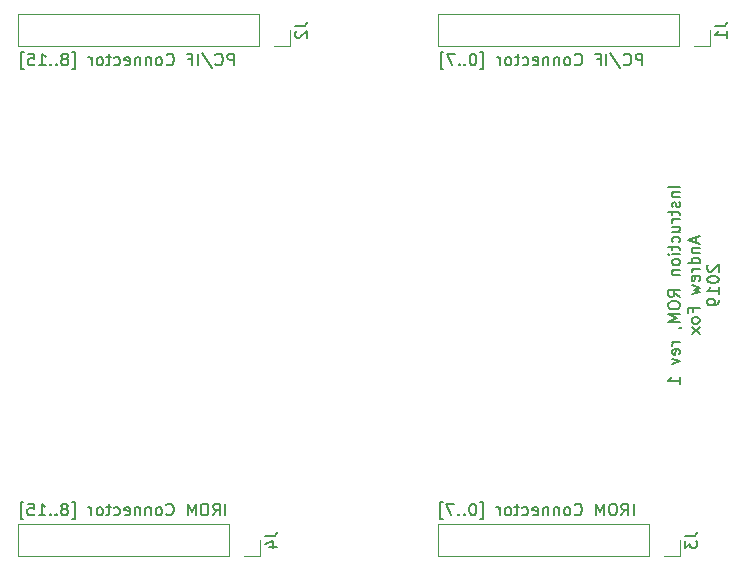
<source format=gbr>
G04 #@! TF.GenerationSoftware,KiCad,Pcbnew,(5.1.0-0)*
G04 #@! TF.CreationDate,2019-10-08T22:08:56-07:00*
G04 #@! TF.ProjectId,InstructionROMDaughterBoard,496e7374-7275-4637-9469-6f6e524f4d44,rev?*
G04 #@! TF.SameCoordinates,Original*
G04 #@! TF.FileFunction,Legend,Bot*
G04 #@! TF.FilePolarity,Positive*
%FSLAX46Y46*%
G04 Gerber Fmt 4.6, Leading zero omitted, Abs format (unit mm)*
G04 Created by KiCad (PCBNEW (5.1.0-0)) date 2019-10-08 22:08:56*
%MOMM*%
%LPD*%
G04 APERTURE LIST*
%ADD10C,0.150000*%
%ADD11C,0.120000*%
G04 APERTURE END LIST*
D10*
X168982380Y-69136666D02*
X167982380Y-69136666D01*
X168315714Y-69612857D02*
X168982380Y-69612857D01*
X168410952Y-69612857D02*
X168363333Y-69660476D01*
X168315714Y-69755714D01*
X168315714Y-69898571D01*
X168363333Y-69993809D01*
X168458571Y-70041428D01*
X168982380Y-70041428D01*
X168934761Y-70470000D02*
X168982380Y-70565238D01*
X168982380Y-70755714D01*
X168934761Y-70850952D01*
X168839523Y-70898571D01*
X168791904Y-70898571D01*
X168696666Y-70850952D01*
X168649047Y-70755714D01*
X168649047Y-70612857D01*
X168601428Y-70517619D01*
X168506190Y-70470000D01*
X168458571Y-70470000D01*
X168363333Y-70517619D01*
X168315714Y-70612857D01*
X168315714Y-70755714D01*
X168363333Y-70850952D01*
X168315714Y-71184285D02*
X168315714Y-71565238D01*
X167982380Y-71327142D02*
X168839523Y-71327142D01*
X168934761Y-71374761D01*
X168982380Y-71470000D01*
X168982380Y-71565238D01*
X168982380Y-71898571D02*
X168315714Y-71898571D01*
X168506190Y-71898571D02*
X168410952Y-71946190D01*
X168363333Y-71993809D01*
X168315714Y-72089047D01*
X168315714Y-72184285D01*
X168315714Y-72946190D02*
X168982380Y-72946190D01*
X168315714Y-72517619D02*
X168839523Y-72517619D01*
X168934761Y-72565238D01*
X168982380Y-72660476D01*
X168982380Y-72803333D01*
X168934761Y-72898571D01*
X168887142Y-72946190D01*
X168934761Y-73850952D02*
X168982380Y-73755714D01*
X168982380Y-73565238D01*
X168934761Y-73470000D01*
X168887142Y-73422380D01*
X168791904Y-73374761D01*
X168506190Y-73374761D01*
X168410952Y-73422380D01*
X168363333Y-73470000D01*
X168315714Y-73565238D01*
X168315714Y-73755714D01*
X168363333Y-73850952D01*
X168315714Y-74136666D02*
X168315714Y-74517619D01*
X167982380Y-74279523D02*
X168839523Y-74279523D01*
X168934761Y-74327142D01*
X168982380Y-74422380D01*
X168982380Y-74517619D01*
X168982380Y-74850952D02*
X168315714Y-74850952D01*
X167982380Y-74850952D02*
X168030000Y-74803333D01*
X168077619Y-74850952D01*
X168030000Y-74898571D01*
X167982380Y-74850952D01*
X168077619Y-74850952D01*
X168982380Y-75470000D02*
X168934761Y-75374761D01*
X168887142Y-75327142D01*
X168791904Y-75279523D01*
X168506190Y-75279523D01*
X168410952Y-75327142D01*
X168363333Y-75374761D01*
X168315714Y-75470000D01*
X168315714Y-75612857D01*
X168363333Y-75708095D01*
X168410952Y-75755714D01*
X168506190Y-75803333D01*
X168791904Y-75803333D01*
X168887142Y-75755714D01*
X168934761Y-75708095D01*
X168982380Y-75612857D01*
X168982380Y-75470000D01*
X168315714Y-76231904D02*
X168982380Y-76231904D01*
X168410952Y-76231904D02*
X168363333Y-76279523D01*
X168315714Y-76374761D01*
X168315714Y-76517619D01*
X168363333Y-76612857D01*
X168458571Y-76660476D01*
X168982380Y-76660476D01*
X168982380Y-78470000D02*
X168506190Y-78136666D01*
X168982380Y-77898571D02*
X167982380Y-77898571D01*
X167982380Y-78279523D01*
X168030000Y-78374761D01*
X168077619Y-78422380D01*
X168172857Y-78470000D01*
X168315714Y-78470000D01*
X168410952Y-78422380D01*
X168458571Y-78374761D01*
X168506190Y-78279523D01*
X168506190Y-77898571D01*
X167982380Y-79089047D02*
X167982380Y-79279523D01*
X168030000Y-79374761D01*
X168125238Y-79470000D01*
X168315714Y-79517619D01*
X168649047Y-79517619D01*
X168839523Y-79470000D01*
X168934761Y-79374761D01*
X168982380Y-79279523D01*
X168982380Y-79089047D01*
X168934761Y-78993809D01*
X168839523Y-78898571D01*
X168649047Y-78850952D01*
X168315714Y-78850952D01*
X168125238Y-78898571D01*
X168030000Y-78993809D01*
X167982380Y-79089047D01*
X168982380Y-79946190D02*
X167982380Y-79946190D01*
X168696666Y-80279523D01*
X167982380Y-80612857D01*
X168982380Y-80612857D01*
X168934761Y-81136666D02*
X168982380Y-81136666D01*
X169077619Y-81089047D01*
X169125238Y-81041428D01*
X168982380Y-82327142D02*
X168315714Y-82327142D01*
X168506190Y-82327142D02*
X168410952Y-82374761D01*
X168363333Y-82422380D01*
X168315714Y-82517619D01*
X168315714Y-82612857D01*
X168934761Y-83327142D02*
X168982380Y-83231904D01*
X168982380Y-83041428D01*
X168934761Y-82946190D01*
X168839523Y-82898571D01*
X168458571Y-82898571D01*
X168363333Y-82946190D01*
X168315714Y-83041428D01*
X168315714Y-83231904D01*
X168363333Y-83327142D01*
X168458571Y-83374761D01*
X168553809Y-83374761D01*
X168649047Y-82898571D01*
X168315714Y-83708095D02*
X168982380Y-83946190D01*
X168315714Y-84184285D01*
X168982380Y-85850952D02*
X168982380Y-85279523D01*
X168982380Y-85565238D02*
X167982380Y-85565238D01*
X168125238Y-85470000D01*
X168220476Y-85374761D01*
X168268095Y-85279523D01*
X170346666Y-73398571D02*
X170346666Y-73874761D01*
X170632380Y-73303333D02*
X169632380Y-73636666D01*
X170632380Y-73970000D01*
X169965714Y-74303333D02*
X170632380Y-74303333D01*
X170060952Y-74303333D02*
X170013333Y-74350952D01*
X169965714Y-74446190D01*
X169965714Y-74589047D01*
X170013333Y-74684285D01*
X170108571Y-74731904D01*
X170632380Y-74731904D01*
X170632380Y-75636666D02*
X169632380Y-75636666D01*
X170584761Y-75636666D02*
X170632380Y-75541428D01*
X170632380Y-75350952D01*
X170584761Y-75255714D01*
X170537142Y-75208095D01*
X170441904Y-75160476D01*
X170156190Y-75160476D01*
X170060952Y-75208095D01*
X170013333Y-75255714D01*
X169965714Y-75350952D01*
X169965714Y-75541428D01*
X170013333Y-75636666D01*
X170632380Y-76112857D02*
X169965714Y-76112857D01*
X170156190Y-76112857D02*
X170060952Y-76160476D01*
X170013333Y-76208095D01*
X169965714Y-76303333D01*
X169965714Y-76398571D01*
X170584761Y-77112857D02*
X170632380Y-77017619D01*
X170632380Y-76827142D01*
X170584761Y-76731904D01*
X170489523Y-76684285D01*
X170108571Y-76684285D01*
X170013333Y-76731904D01*
X169965714Y-76827142D01*
X169965714Y-77017619D01*
X170013333Y-77112857D01*
X170108571Y-77160476D01*
X170203809Y-77160476D01*
X170299047Y-76684285D01*
X169965714Y-77493809D02*
X170632380Y-77684285D01*
X170156190Y-77874761D01*
X170632380Y-78065238D01*
X169965714Y-78255714D01*
X170108571Y-79731904D02*
X170108571Y-79398571D01*
X170632380Y-79398571D02*
X169632380Y-79398571D01*
X169632380Y-79874761D01*
X170632380Y-80398571D02*
X170584761Y-80303333D01*
X170537142Y-80255714D01*
X170441904Y-80208095D01*
X170156190Y-80208095D01*
X170060952Y-80255714D01*
X170013333Y-80303333D01*
X169965714Y-80398571D01*
X169965714Y-80541428D01*
X170013333Y-80636666D01*
X170060952Y-80684285D01*
X170156190Y-80731904D01*
X170441904Y-80731904D01*
X170537142Y-80684285D01*
X170584761Y-80636666D01*
X170632380Y-80541428D01*
X170632380Y-80398571D01*
X170632380Y-81065238D02*
X169965714Y-81589047D01*
X169965714Y-81065238D02*
X170632380Y-81589047D01*
X171377619Y-75755714D02*
X171330000Y-75803333D01*
X171282380Y-75898571D01*
X171282380Y-76136666D01*
X171330000Y-76231904D01*
X171377619Y-76279523D01*
X171472857Y-76327142D01*
X171568095Y-76327142D01*
X171710952Y-76279523D01*
X172282380Y-75708095D01*
X172282380Y-76327142D01*
X171282380Y-76946190D02*
X171282380Y-77041428D01*
X171330000Y-77136666D01*
X171377619Y-77184285D01*
X171472857Y-77231904D01*
X171663333Y-77279523D01*
X171901428Y-77279523D01*
X172091904Y-77231904D01*
X172187142Y-77184285D01*
X172234761Y-77136666D01*
X172282380Y-77041428D01*
X172282380Y-76946190D01*
X172234761Y-76850952D01*
X172187142Y-76803333D01*
X172091904Y-76755714D01*
X171901428Y-76708095D01*
X171663333Y-76708095D01*
X171472857Y-76755714D01*
X171377619Y-76803333D01*
X171330000Y-76850952D01*
X171282380Y-76946190D01*
X172282380Y-78231904D02*
X172282380Y-77660476D01*
X172282380Y-77946190D02*
X171282380Y-77946190D01*
X171425238Y-77850952D01*
X171520476Y-77755714D01*
X171568095Y-77660476D01*
X172282380Y-78708095D02*
X172282380Y-78898571D01*
X172234761Y-78993809D01*
X172187142Y-79041428D01*
X172044285Y-79136666D01*
X171853809Y-79184285D01*
X171472857Y-79184285D01*
X171377619Y-79136666D01*
X171330000Y-79089047D01*
X171282380Y-78993809D01*
X171282380Y-78803333D01*
X171330000Y-78708095D01*
X171377619Y-78660476D01*
X171472857Y-78612857D01*
X171710952Y-78612857D01*
X171806190Y-78660476D01*
X171853809Y-78708095D01*
X171901428Y-78803333D01*
X171901428Y-78993809D01*
X171853809Y-79089047D01*
X171806190Y-79136666D01*
X171710952Y-79184285D01*
D11*
X133410000Y-100390000D02*
X133410000Y-99060000D01*
X132080000Y-100390000D02*
X133410000Y-100390000D01*
X130810000Y-100390000D02*
X130810000Y-97730000D01*
X130810000Y-97730000D02*
X112970000Y-97730000D01*
X130810000Y-100390000D02*
X112970000Y-100390000D01*
X112970000Y-100390000D02*
X112970000Y-97730000D01*
X168970000Y-100390000D02*
X168970000Y-99060000D01*
X167640000Y-100390000D02*
X168970000Y-100390000D01*
X166370000Y-100390000D02*
X166370000Y-97730000D01*
X166370000Y-97730000D02*
X148530000Y-97730000D01*
X166370000Y-100390000D02*
X148530000Y-100390000D01*
X148530000Y-100390000D02*
X148530000Y-97730000D01*
X135950000Y-57210000D02*
X135950000Y-55880000D01*
X134620000Y-57210000D02*
X135950000Y-57210000D01*
X133350000Y-57210000D02*
X133350000Y-54550000D01*
X133350000Y-54550000D02*
X112970000Y-54550000D01*
X133350000Y-57210000D02*
X112970000Y-57210000D01*
X112970000Y-57210000D02*
X112970000Y-54550000D01*
X171510000Y-57210000D02*
X171510000Y-55880000D01*
X170180000Y-57210000D02*
X171510000Y-57210000D01*
X168910000Y-57210000D02*
X168910000Y-54550000D01*
X168910000Y-54550000D02*
X148530000Y-54550000D01*
X168910000Y-57210000D02*
X148530000Y-57210000D01*
X148530000Y-57210000D02*
X148530000Y-54550000D01*
D10*
X133862380Y-98726666D02*
X134576666Y-98726666D01*
X134719523Y-98679047D01*
X134814761Y-98583809D01*
X134862380Y-98440952D01*
X134862380Y-98345714D01*
X134195714Y-99631428D02*
X134862380Y-99631428D01*
X133814761Y-99393333D02*
X134529047Y-99155238D01*
X134529047Y-99774285D01*
X130483476Y-96972380D02*
X130483476Y-95972380D01*
X129435857Y-96972380D02*
X129769190Y-96496190D01*
X130007285Y-96972380D02*
X130007285Y-95972380D01*
X129626333Y-95972380D01*
X129531095Y-96020000D01*
X129483476Y-96067619D01*
X129435857Y-96162857D01*
X129435857Y-96305714D01*
X129483476Y-96400952D01*
X129531095Y-96448571D01*
X129626333Y-96496190D01*
X130007285Y-96496190D01*
X128816809Y-95972380D02*
X128626333Y-95972380D01*
X128531095Y-96020000D01*
X128435857Y-96115238D01*
X128388238Y-96305714D01*
X128388238Y-96639047D01*
X128435857Y-96829523D01*
X128531095Y-96924761D01*
X128626333Y-96972380D01*
X128816809Y-96972380D01*
X128912047Y-96924761D01*
X129007285Y-96829523D01*
X129054904Y-96639047D01*
X129054904Y-96305714D01*
X129007285Y-96115238D01*
X128912047Y-96020000D01*
X128816809Y-95972380D01*
X127959666Y-96972380D02*
X127959666Y-95972380D01*
X127626333Y-96686666D01*
X127293000Y-95972380D01*
X127293000Y-96972380D01*
X125483476Y-96877142D02*
X125531095Y-96924761D01*
X125673952Y-96972380D01*
X125769190Y-96972380D01*
X125912047Y-96924761D01*
X126007285Y-96829523D01*
X126054904Y-96734285D01*
X126102523Y-96543809D01*
X126102523Y-96400952D01*
X126054904Y-96210476D01*
X126007285Y-96115238D01*
X125912047Y-96020000D01*
X125769190Y-95972380D01*
X125673952Y-95972380D01*
X125531095Y-96020000D01*
X125483476Y-96067619D01*
X124912047Y-96972380D02*
X125007285Y-96924761D01*
X125054904Y-96877142D01*
X125102523Y-96781904D01*
X125102523Y-96496190D01*
X125054904Y-96400952D01*
X125007285Y-96353333D01*
X124912047Y-96305714D01*
X124769190Y-96305714D01*
X124673952Y-96353333D01*
X124626333Y-96400952D01*
X124578714Y-96496190D01*
X124578714Y-96781904D01*
X124626333Y-96877142D01*
X124673952Y-96924761D01*
X124769190Y-96972380D01*
X124912047Y-96972380D01*
X124150142Y-96305714D02*
X124150142Y-96972380D01*
X124150142Y-96400952D02*
X124102523Y-96353333D01*
X124007285Y-96305714D01*
X123864428Y-96305714D01*
X123769190Y-96353333D01*
X123721571Y-96448571D01*
X123721571Y-96972380D01*
X123245380Y-96305714D02*
X123245380Y-96972380D01*
X123245380Y-96400952D02*
X123197761Y-96353333D01*
X123102523Y-96305714D01*
X122959666Y-96305714D01*
X122864428Y-96353333D01*
X122816809Y-96448571D01*
X122816809Y-96972380D01*
X121959666Y-96924761D02*
X122054904Y-96972380D01*
X122245380Y-96972380D01*
X122340619Y-96924761D01*
X122388238Y-96829523D01*
X122388238Y-96448571D01*
X122340619Y-96353333D01*
X122245380Y-96305714D01*
X122054904Y-96305714D01*
X121959666Y-96353333D01*
X121912047Y-96448571D01*
X121912047Y-96543809D01*
X122388238Y-96639047D01*
X121054904Y-96924761D02*
X121150142Y-96972380D01*
X121340619Y-96972380D01*
X121435857Y-96924761D01*
X121483476Y-96877142D01*
X121531095Y-96781904D01*
X121531095Y-96496190D01*
X121483476Y-96400952D01*
X121435857Y-96353333D01*
X121340619Y-96305714D01*
X121150142Y-96305714D01*
X121054904Y-96353333D01*
X120769190Y-96305714D02*
X120388238Y-96305714D01*
X120626333Y-95972380D02*
X120626333Y-96829523D01*
X120578714Y-96924761D01*
X120483476Y-96972380D01*
X120388238Y-96972380D01*
X119912047Y-96972380D02*
X120007285Y-96924761D01*
X120054904Y-96877142D01*
X120102523Y-96781904D01*
X120102523Y-96496190D01*
X120054904Y-96400952D01*
X120007285Y-96353333D01*
X119912047Y-96305714D01*
X119769190Y-96305714D01*
X119673952Y-96353333D01*
X119626333Y-96400952D01*
X119578714Y-96496190D01*
X119578714Y-96781904D01*
X119626333Y-96877142D01*
X119673952Y-96924761D01*
X119769190Y-96972380D01*
X119912047Y-96972380D01*
X119150142Y-96972380D02*
X119150142Y-96305714D01*
X119150142Y-96496190D02*
X119102523Y-96400952D01*
X119054904Y-96353333D01*
X118959666Y-96305714D01*
X118864428Y-96305714D01*
X117483476Y-97305714D02*
X117721571Y-97305714D01*
X117721571Y-95877142D01*
X117483476Y-95877142D01*
X116959666Y-96400952D02*
X117054904Y-96353333D01*
X117102523Y-96305714D01*
X117150142Y-96210476D01*
X117150142Y-96162857D01*
X117102523Y-96067619D01*
X117054904Y-96020000D01*
X116959666Y-95972380D01*
X116769190Y-95972380D01*
X116673952Y-96020000D01*
X116626333Y-96067619D01*
X116578714Y-96162857D01*
X116578714Y-96210476D01*
X116626333Y-96305714D01*
X116673952Y-96353333D01*
X116769190Y-96400952D01*
X116959666Y-96400952D01*
X117054904Y-96448571D01*
X117102523Y-96496190D01*
X117150142Y-96591428D01*
X117150142Y-96781904D01*
X117102523Y-96877142D01*
X117054904Y-96924761D01*
X116959666Y-96972380D01*
X116769190Y-96972380D01*
X116673952Y-96924761D01*
X116626333Y-96877142D01*
X116578714Y-96781904D01*
X116578714Y-96591428D01*
X116626333Y-96496190D01*
X116673952Y-96448571D01*
X116769190Y-96400952D01*
X116150142Y-96877142D02*
X116102523Y-96924761D01*
X116150142Y-96972380D01*
X116197761Y-96924761D01*
X116150142Y-96877142D01*
X116150142Y-96972380D01*
X115673952Y-96877142D02*
X115626333Y-96924761D01*
X115673952Y-96972380D01*
X115721571Y-96924761D01*
X115673952Y-96877142D01*
X115673952Y-96972380D01*
X114673952Y-96972380D02*
X115245380Y-96972380D01*
X114959666Y-96972380D02*
X114959666Y-95972380D01*
X115054904Y-96115238D01*
X115150142Y-96210476D01*
X115245380Y-96258095D01*
X113769190Y-95972380D02*
X114245380Y-95972380D01*
X114293000Y-96448571D01*
X114245380Y-96400952D01*
X114150142Y-96353333D01*
X113912047Y-96353333D01*
X113816809Y-96400952D01*
X113769190Y-96448571D01*
X113721571Y-96543809D01*
X113721571Y-96781904D01*
X113769190Y-96877142D01*
X113816809Y-96924761D01*
X113912047Y-96972380D01*
X114150142Y-96972380D01*
X114245380Y-96924761D01*
X114293000Y-96877142D01*
X113388238Y-97305714D02*
X113150142Y-97305714D01*
X113150142Y-95877142D01*
X113388238Y-95877142D01*
X169422380Y-98726666D02*
X170136666Y-98726666D01*
X170279523Y-98679047D01*
X170374761Y-98583809D01*
X170422380Y-98440952D01*
X170422380Y-98345714D01*
X169422380Y-99107619D02*
X169422380Y-99726666D01*
X169803333Y-99393333D01*
X169803333Y-99536190D01*
X169850952Y-99631428D01*
X169898571Y-99679047D01*
X169993809Y-99726666D01*
X170231904Y-99726666D01*
X170327142Y-99679047D01*
X170374761Y-99631428D01*
X170422380Y-99536190D01*
X170422380Y-99250476D01*
X170374761Y-99155238D01*
X170327142Y-99107619D01*
X165059285Y-96972380D02*
X165059285Y-95972380D01*
X164011666Y-96972380D02*
X164345000Y-96496190D01*
X164583095Y-96972380D02*
X164583095Y-95972380D01*
X164202142Y-95972380D01*
X164106904Y-96020000D01*
X164059285Y-96067619D01*
X164011666Y-96162857D01*
X164011666Y-96305714D01*
X164059285Y-96400952D01*
X164106904Y-96448571D01*
X164202142Y-96496190D01*
X164583095Y-96496190D01*
X163392619Y-95972380D02*
X163202142Y-95972380D01*
X163106904Y-96020000D01*
X163011666Y-96115238D01*
X162964047Y-96305714D01*
X162964047Y-96639047D01*
X163011666Y-96829523D01*
X163106904Y-96924761D01*
X163202142Y-96972380D01*
X163392619Y-96972380D01*
X163487857Y-96924761D01*
X163583095Y-96829523D01*
X163630714Y-96639047D01*
X163630714Y-96305714D01*
X163583095Y-96115238D01*
X163487857Y-96020000D01*
X163392619Y-95972380D01*
X162535476Y-96972380D02*
X162535476Y-95972380D01*
X162202142Y-96686666D01*
X161868809Y-95972380D01*
X161868809Y-96972380D01*
X160059285Y-96877142D02*
X160106904Y-96924761D01*
X160249761Y-96972380D01*
X160345000Y-96972380D01*
X160487857Y-96924761D01*
X160583095Y-96829523D01*
X160630714Y-96734285D01*
X160678333Y-96543809D01*
X160678333Y-96400952D01*
X160630714Y-96210476D01*
X160583095Y-96115238D01*
X160487857Y-96020000D01*
X160345000Y-95972380D01*
X160249761Y-95972380D01*
X160106904Y-96020000D01*
X160059285Y-96067619D01*
X159487857Y-96972380D02*
X159583095Y-96924761D01*
X159630714Y-96877142D01*
X159678333Y-96781904D01*
X159678333Y-96496190D01*
X159630714Y-96400952D01*
X159583095Y-96353333D01*
X159487857Y-96305714D01*
X159345000Y-96305714D01*
X159249761Y-96353333D01*
X159202142Y-96400952D01*
X159154523Y-96496190D01*
X159154523Y-96781904D01*
X159202142Y-96877142D01*
X159249761Y-96924761D01*
X159345000Y-96972380D01*
X159487857Y-96972380D01*
X158725952Y-96305714D02*
X158725952Y-96972380D01*
X158725952Y-96400952D02*
X158678333Y-96353333D01*
X158583095Y-96305714D01*
X158440238Y-96305714D01*
X158345000Y-96353333D01*
X158297380Y-96448571D01*
X158297380Y-96972380D01*
X157821190Y-96305714D02*
X157821190Y-96972380D01*
X157821190Y-96400952D02*
X157773571Y-96353333D01*
X157678333Y-96305714D01*
X157535476Y-96305714D01*
X157440238Y-96353333D01*
X157392619Y-96448571D01*
X157392619Y-96972380D01*
X156535476Y-96924761D02*
X156630714Y-96972380D01*
X156821190Y-96972380D01*
X156916428Y-96924761D01*
X156964047Y-96829523D01*
X156964047Y-96448571D01*
X156916428Y-96353333D01*
X156821190Y-96305714D01*
X156630714Y-96305714D01*
X156535476Y-96353333D01*
X156487857Y-96448571D01*
X156487857Y-96543809D01*
X156964047Y-96639047D01*
X155630714Y-96924761D02*
X155725952Y-96972380D01*
X155916428Y-96972380D01*
X156011666Y-96924761D01*
X156059285Y-96877142D01*
X156106904Y-96781904D01*
X156106904Y-96496190D01*
X156059285Y-96400952D01*
X156011666Y-96353333D01*
X155916428Y-96305714D01*
X155725952Y-96305714D01*
X155630714Y-96353333D01*
X155345000Y-96305714D02*
X154964047Y-96305714D01*
X155202142Y-95972380D02*
X155202142Y-96829523D01*
X155154523Y-96924761D01*
X155059285Y-96972380D01*
X154964047Y-96972380D01*
X154487857Y-96972380D02*
X154583095Y-96924761D01*
X154630714Y-96877142D01*
X154678333Y-96781904D01*
X154678333Y-96496190D01*
X154630714Y-96400952D01*
X154583095Y-96353333D01*
X154487857Y-96305714D01*
X154345000Y-96305714D01*
X154249761Y-96353333D01*
X154202142Y-96400952D01*
X154154523Y-96496190D01*
X154154523Y-96781904D01*
X154202142Y-96877142D01*
X154249761Y-96924761D01*
X154345000Y-96972380D01*
X154487857Y-96972380D01*
X153725952Y-96972380D02*
X153725952Y-96305714D01*
X153725952Y-96496190D02*
X153678333Y-96400952D01*
X153630714Y-96353333D01*
X153535476Y-96305714D01*
X153440238Y-96305714D01*
X152059285Y-97305714D02*
X152297380Y-97305714D01*
X152297380Y-95877142D01*
X152059285Y-95877142D01*
X151487857Y-95972380D02*
X151392619Y-95972380D01*
X151297380Y-96020000D01*
X151249761Y-96067619D01*
X151202142Y-96162857D01*
X151154523Y-96353333D01*
X151154523Y-96591428D01*
X151202142Y-96781904D01*
X151249761Y-96877142D01*
X151297380Y-96924761D01*
X151392619Y-96972380D01*
X151487857Y-96972380D01*
X151583095Y-96924761D01*
X151630714Y-96877142D01*
X151678333Y-96781904D01*
X151725952Y-96591428D01*
X151725952Y-96353333D01*
X151678333Y-96162857D01*
X151630714Y-96067619D01*
X151583095Y-96020000D01*
X151487857Y-95972380D01*
X150725952Y-96877142D02*
X150678333Y-96924761D01*
X150725952Y-96972380D01*
X150773571Y-96924761D01*
X150725952Y-96877142D01*
X150725952Y-96972380D01*
X150249761Y-96877142D02*
X150202142Y-96924761D01*
X150249761Y-96972380D01*
X150297380Y-96924761D01*
X150249761Y-96877142D01*
X150249761Y-96972380D01*
X149868809Y-95972380D02*
X149202142Y-95972380D01*
X149630714Y-96972380D01*
X148916428Y-97305714D02*
X148678333Y-97305714D01*
X148678333Y-95877142D01*
X148916428Y-95877142D01*
X136402380Y-55546666D02*
X137116666Y-55546666D01*
X137259523Y-55499047D01*
X137354761Y-55403809D01*
X137402380Y-55260952D01*
X137402380Y-55165714D01*
X136497619Y-55975238D02*
X136450000Y-56022857D01*
X136402380Y-56118095D01*
X136402380Y-56356190D01*
X136450000Y-56451428D01*
X136497619Y-56499047D01*
X136592857Y-56546666D01*
X136688095Y-56546666D01*
X136830952Y-56499047D01*
X137402380Y-55927619D01*
X137402380Y-56546666D01*
X131221619Y-58872380D02*
X131221619Y-57872380D01*
X130840666Y-57872380D01*
X130745428Y-57920000D01*
X130697809Y-57967619D01*
X130650190Y-58062857D01*
X130650190Y-58205714D01*
X130697809Y-58300952D01*
X130745428Y-58348571D01*
X130840666Y-58396190D01*
X131221619Y-58396190D01*
X129650190Y-58777142D02*
X129697809Y-58824761D01*
X129840666Y-58872380D01*
X129935904Y-58872380D01*
X130078761Y-58824761D01*
X130174000Y-58729523D01*
X130221619Y-58634285D01*
X130269238Y-58443809D01*
X130269238Y-58300952D01*
X130221619Y-58110476D01*
X130174000Y-58015238D01*
X130078761Y-57920000D01*
X129935904Y-57872380D01*
X129840666Y-57872380D01*
X129697809Y-57920000D01*
X129650190Y-57967619D01*
X128507333Y-57824761D02*
X129364476Y-59110476D01*
X128174000Y-58872380D02*
X128174000Y-57872380D01*
X127364476Y-58348571D02*
X127697809Y-58348571D01*
X127697809Y-58872380D02*
X127697809Y-57872380D01*
X127221619Y-57872380D01*
X125507333Y-58777142D02*
X125554952Y-58824761D01*
X125697809Y-58872380D01*
X125793047Y-58872380D01*
X125935904Y-58824761D01*
X126031142Y-58729523D01*
X126078761Y-58634285D01*
X126126380Y-58443809D01*
X126126380Y-58300952D01*
X126078761Y-58110476D01*
X126031142Y-58015238D01*
X125935904Y-57920000D01*
X125793047Y-57872380D01*
X125697809Y-57872380D01*
X125554952Y-57920000D01*
X125507333Y-57967619D01*
X124935904Y-58872380D02*
X125031142Y-58824761D01*
X125078761Y-58777142D01*
X125126380Y-58681904D01*
X125126380Y-58396190D01*
X125078761Y-58300952D01*
X125031142Y-58253333D01*
X124935904Y-58205714D01*
X124793047Y-58205714D01*
X124697809Y-58253333D01*
X124650190Y-58300952D01*
X124602571Y-58396190D01*
X124602571Y-58681904D01*
X124650190Y-58777142D01*
X124697809Y-58824761D01*
X124793047Y-58872380D01*
X124935904Y-58872380D01*
X124174000Y-58205714D02*
X124174000Y-58872380D01*
X124174000Y-58300952D02*
X124126380Y-58253333D01*
X124031142Y-58205714D01*
X123888285Y-58205714D01*
X123793047Y-58253333D01*
X123745428Y-58348571D01*
X123745428Y-58872380D01*
X123269238Y-58205714D02*
X123269238Y-58872380D01*
X123269238Y-58300952D02*
X123221619Y-58253333D01*
X123126380Y-58205714D01*
X122983523Y-58205714D01*
X122888285Y-58253333D01*
X122840666Y-58348571D01*
X122840666Y-58872380D01*
X121983523Y-58824761D02*
X122078761Y-58872380D01*
X122269238Y-58872380D01*
X122364476Y-58824761D01*
X122412095Y-58729523D01*
X122412095Y-58348571D01*
X122364476Y-58253333D01*
X122269238Y-58205714D01*
X122078761Y-58205714D01*
X121983523Y-58253333D01*
X121935904Y-58348571D01*
X121935904Y-58443809D01*
X122412095Y-58539047D01*
X121078761Y-58824761D02*
X121174000Y-58872380D01*
X121364476Y-58872380D01*
X121459714Y-58824761D01*
X121507333Y-58777142D01*
X121554952Y-58681904D01*
X121554952Y-58396190D01*
X121507333Y-58300952D01*
X121459714Y-58253333D01*
X121364476Y-58205714D01*
X121174000Y-58205714D01*
X121078761Y-58253333D01*
X120793047Y-58205714D02*
X120412095Y-58205714D01*
X120650190Y-57872380D02*
X120650190Y-58729523D01*
X120602571Y-58824761D01*
X120507333Y-58872380D01*
X120412095Y-58872380D01*
X119935904Y-58872380D02*
X120031142Y-58824761D01*
X120078761Y-58777142D01*
X120126380Y-58681904D01*
X120126380Y-58396190D01*
X120078761Y-58300952D01*
X120031142Y-58253333D01*
X119935904Y-58205714D01*
X119793047Y-58205714D01*
X119697809Y-58253333D01*
X119650190Y-58300952D01*
X119602571Y-58396190D01*
X119602571Y-58681904D01*
X119650190Y-58777142D01*
X119697809Y-58824761D01*
X119793047Y-58872380D01*
X119935904Y-58872380D01*
X119174000Y-58872380D02*
X119174000Y-58205714D01*
X119174000Y-58396190D02*
X119126380Y-58300952D01*
X119078761Y-58253333D01*
X118983523Y-58205714D01*
X118888285Y-58205714D01*
X117507333Y-59205714D02*
X117745428Y-59205714D01*
X117745428Y-57777142D01*
X117507333Y-57777142D01*
X116983523Y-58300952D02*
X117078761Y-58253333D01*
X117126380Y-58205714D01*
X117174000Y-58110476D01*
X117174000Y-58062857D01*
X117126380Y-57967619D01*
X117078761Y-57920000D01*
X116983523Y-57872380D01*
X116793047Y-57872380D01*
X116697809Y-57920000D01*
X116650190Y-57967619D01*
X116602571Y-58062857D01*
X116602571Y-58110476D01*
X116650190Y-58205714D01*
X116697809Y-58253333D01*
X116793047Y-58300952D01*
X116983523Y-58300952D01*
X117078761Y-58348571D01*
X117126380Y-58396190D01*
X117174000Y-58491428D01*
X117174000Y-58681904D01*
X117126380Y-58777142D01*
X117078761Y-58824761D01*
X116983523Y-58872380D01*
X116793047Y-58872380D01*
X116697809Y-58824761D01*
X116650190Y-58777142D01*
X116602571Y-58681904D01*
X116602571Y-58491428D01*
X116650190Y-58396190D01*
X116697809Y-58348571D01*
X116793047Y-58300952D01*
X116174000Y-58777142D02*
X116126380Y-58824761D01*
X116174000Y-58872380D01*
X116221619Y-58824761D01*
X116174000Y-58777142D01*
X116174000Y-58872380D01*
X115697809Y-58777142D02*
X115650190Y-58824761D01*
X115697809Y-58872380D01*
X115745428Y-58824761D01*
X115697809Y-58777142D01*
X115697809Y-58872380D01*
X114697809Y-58872380D02*
X115269238Y-58872380D01*
X114983523Y-58872380D02*
X114983523Y-57872380D01*
X115078761Y-58015238D01*
X115174000Y-58110476D01*
X115269238Y-58158095D01*
X113793047Y-57872380D02*
X114269238Y-57872380D01*
X114316857Y-58348571D01*
X114269238Y-58300952D01*
X114174000Y-58253333D01*
X113935904Y-58253333D01*
X113840666Y-58300952D01*
X113793047Y-58348571D01*
X113745428Y-58443809D01*
X113745428Y-58681904D01*
X113793047Y-58777142D01*
X113840666Y-58824761D01*
X113935904Y-58872380D01*
X114174000Y-58872380D01*
X114269238Y-58824761D01*
X114316857Y-58777142D01*
X113412095Y-59205714D02*
X113174000Y-59205714D01*
X113174000Y-57777142D01*
X113412095Y-57777142D01*
X171962380Y-55546666D02*
X172676666Y-55546666D01*
X172819523Y-55499047D01*
X172914761Y-55403809D01*
X172962380Y-55260952D01*
X172962380Y-55165714D01*
X172962380Y-56546666D02*
X172962380Y-55975238D01*
X172962380Y-56260952D02*
X171962380Y-56260952D01*
X172105238Y-56165714D01*
X172200476Y-56070476D01*
X172248095Y-55975238D01*
X165797428Y-58872380D02*
X165797428Y-57872380D01*
X165416476Y-57872380D01*
X165321238Y-57920000D01*
X165273619Y-57967619D01*
X165226000Y-58062857D01*
X165226000Y-58205714D01*
X165273619Y-58300952D01*
X165321238Y-58348571D01*
X165416476Y-58396190D01*
X165797428Y-58396190D01*
X164226000Y-58777142D02*
X164273619Y-58824761D01*
X164416476Y-58872380D01*
X164511714Y-58872380D01*
X164654571Y-58824761D01*
X164749809Y-58729523D01*
X164797428Y-58634285D01*
X164845047Y-58443809D01*
X164845047Y-58300952D01*
X164797428Y-58110476D01*
X164749809Y-58015238D01*
X164654571Y-57920000D01*
X164511714Y-57872380D01*
X164416476Y-57872380D01*
X164273619Y-57920000D01*
X164226000Y-57967619D01*
X163083142Y-57824761D02*
X163940285Y-59110476D01*
X162749809Y-58872380D02*
X162749809Y-57872380D01*
X161940285Y-58348571D02*
X162273619Y-58348571D01*
X162273619Y-58872380D02*
X162273619Y-57872380D01*
X161797428Y-57872380D01*
X160083142Y-58777142D02*
X160130761Y-58824761D01*
X160273619Y-58872380D01*
X160368857Y-58872380D01*
X160511714Y-58824761D01*
X160606952Y-58729523D01*
X160654571Y-58634285D01*
X160702190Y-58443809D01*
X160702190Y-58300952D01*
X160654571Y-58110476D01*
X160606952Y-58015238D01*
X160511714Y-57920000D01*
X160368857Y-57872380D01*
X160273619Y-57872380D01*
X160130761Y-57920000D01*
X160083142Y-57967619D01*
X159511714Y-58872380D02*
X159606952Y-58824761D01*
X159654571Y-58777142D01*
X159702190Y-58681904D01*
X159702190Y-58396190D01*
X159654571Y-58300952D01*
X159606952Y-58253333D01*
X159511714Y-58205714D01*
X159368857Y-58205714D01*
X159273619Y-58253333D01*
X159226000Y-58300952D01*
X159178380Y-58396190D01*
X159178380Y-58681904D01*
X159226000Y-58777142D01*
X159273619Y-58824761D01*
X159368857Y-58872380D01*
X159511714Y-58872380D01*
X158749809Y-58205714D02*
X158749809Y-58872380D01*
X158749809Y-58300952D02*
X158702190Y-58253333D01*
X158606952Y-58205714D01*
X158464095Y-58205714D01*
X158368857Y-58253333D01*
X158321238Y-58348571D01*
X158321238Y-58872380D01*
X157845047Y-58205714D02*
X157845047Y-58872380D01*
X157845047Y-58300952D02*
X157797428Y-58253333D01*
X157702190Y-58205714D01*
X157559333Y-58205714D01*
X157464095Y-58253333D01*
X157416476Y-58348571D01*
X157416476Y-58872380D01*
X156559333Y-58824761D02*
X156654571Y-58872380D01*
X156845047Y-58872380D01*
X156940285Y-58824761D01*
X156987904Y-58729523D01*
X156987904Y-58348571D01*
X156940285Y-58253333D01*
X156845047Y-58205714D01*
X156654571Y-58205714D01*
X156559333Y-58253333D01*
X156511714Y-58348571D01*
X156511714Y-58443809D01*
X156987904Y-58539047D01*
X155654571Y-58824761D02*
X155749809Y-58872380D01*
X155940285Y-58872380D01*
X156035523Y-58824761D01*
X156083142Y-58777142D01*
X156130761Y-58681904D01*
X156130761Y-58396190D01*
X156083142Y-58300952D01*
X156035523Y-58253333D01*
X155940285Y-58205714D01*
X155749809Y-58205714D01*
X155654571Y-58253333D01*
X155368857Y-58205714D02*
X154987904Y-58205714D01*
X155226000Y-57872380D02*
X155226000Y-58729523D01*
X155178380Y-58824761D01*
X155083142Y-58872380D01*
X154987904Y-58872380D01*
X154511714Y-58872380D02*
X154606952Y-58824761D01*
X154654571Y-58777142D01*
X154702190Y-58681904D01*
X154702190Y-58396190D01*
X154654571Y-58300952D01*
X154606952Y-58253333D01*
X154511714Y-58205714D01*
X154368857Y-58205714D01*
X154273619Y-58253333D01*
X154226000Y-58300952D01*
X154178380Y-58396190D01*
X154178380Y-58681904D01*
X154226000Y-58777142D01*
X154273619Y-58824761D01*
X154368857Y-58872380D01*
X154511714Y-58872380D01*
X153749809Y-58872380D02*
X153749809Y-58205714D01*
X153749809Y-58396190D02*
X153702190Y-58300952D01*
X153654571Y-58253333D01*
X153559333Y-58205714D01*
X153464095Y-58205714D01*
X152083142Y-59205714D02*
X152321238Y-59205714D01*
X152321238Y-57777142D01*
X152083142Y-57777142D01*
X151511714Y-57872380D02*
X151416476Y-57872380D01*
X151321238Y-57920000D01*
X151273619Y-57967619D01*
X151226000Y-58062857D01*
X151178380Y-58253333D01*
X151178380Y-58491428D01*
X151226000Y-58681904D01*
X151273619Y-58777142D01*
X151321238Y-58824761D01*
X151416476Y-58872380D01*
X151511714Y-58872380D01*
X151606952Y-58824761D01*
X151654571Y-58777142D01*
X151702190Y-58681904D01*
X151749809Y-58491428D01*
X151749809Y-58253333D01*
X151702190Y-58062857D01*
X151654571Y-57967619D01*
X151606952Y-57920000D01*
X151511714Y-57872380D01*
X150749809Y-58777142D02*
X150702190Y-58824761D01*
X150749809Y-58872380D01*
X150797428Y-58824761D01*
X150749809Y-58777142D01*
X150749809Y-58872380D01*
X150273619Y-58777142D02*
X150226000Y-58824761D01*
X150273619Y-58872380D01*
X150321238Y-58824761D01*
X150273619Y-58777142D01*
X150273619Y-58872380D01*
X149892666Y-57872380D02*
X149226000Y-57872380D01*
X149654571Y-58872380D01*
X148940285Y-59205714D02*
X148702190Y-59205714D01*
X148702190Y-57777142D01*
X148940285Y-57777142D01*
M02*

</source>
